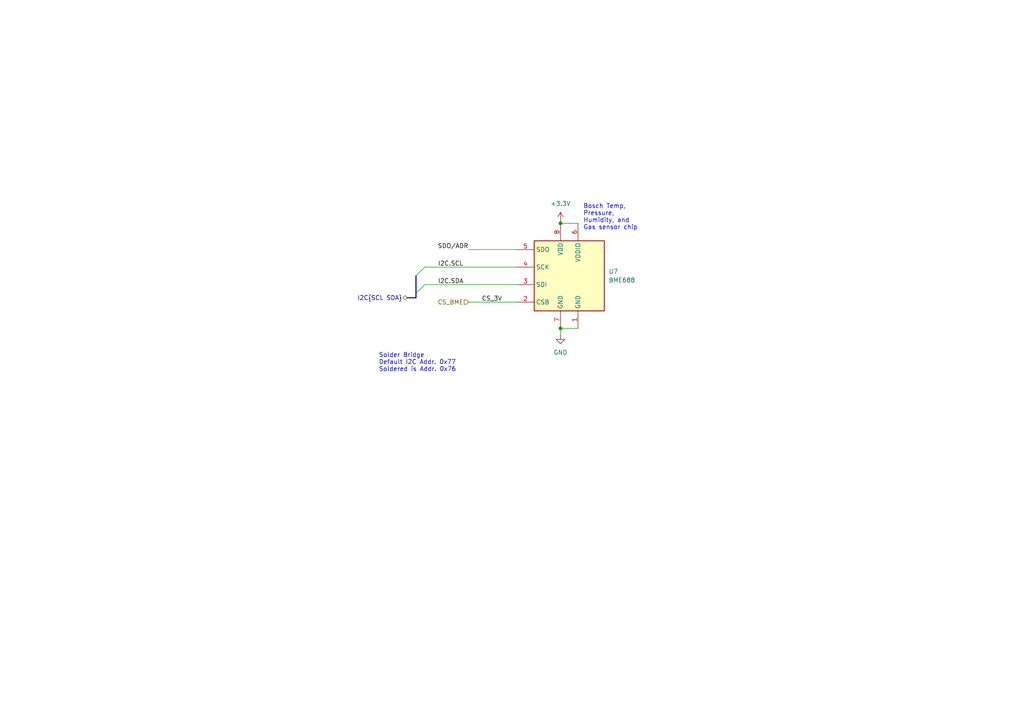
<source format=kicad_sch>
(kicad_sch (version 20231120) (generator "eeschema") (generator_version "8.0")
  (paper "A4")
  (title_block (company "catbranchman") (comment 1 "Electrical Engineering Department") (comment 2 "EE 156 / Stanford University") (comment 3 "Flight Club, W6YX, Endurance"))
  (lib_symbols
    (symbol "+3.3V_1" (power) (pin_names (offset 0))
      (property "Value" "+3.3V" (at 0 3.556 0))
      (symbol "+3.3V_1_0_1"
        (polyline (pts (xy -0.762 1.27) (xy 0 2.54)))
        (polyline (pts (xy 0 0) (xy 0 2.54)))
        (polyline (pts (xy 0 2.54) (xy 0.762 1.27)))
      )
      (symbol "+3.3V_1_1_1"
        (pin power_in line (at 0 0 90) (length 0) hide (name "+3.3V") (number "1"))
      )
    )
    (symbol "GND_2" (power) (pin_names (offset 0))
      (property "Value" "GND" (at 0 -3.81 0))
      (symbol "GND_2_0_1"
        (polyline (pts (xy 0 0) (xy 0 -1.27) (xy 1.27 -1.27) (xy 0 -2.54) (xy -1.27 -1.27) (xy 0 -1.27)))
      )
      (symbol "GND_2_1_1"
        (pin power_in line (at 0 0 270) (length 0) hide (name "GND") (number "1"))
      )
    )
    (symbol "Lab_4:BME680"
      (property "Reference" "U" (at -8.89 11.43 0))
      (property "Value" "BME680" (at 7.62 11.43 0))
      (symbol "BME680_0_1"
        (rectangle (start -10.16 10.16) (end 10.16 -10.16) (stroke (width 0.254)) (fill (type background)))
      )
      (symbol "BME680_1_1"
        (pin power_in line (at -2.54 -15.24 90) (length 5.08) (name "GND") (number "1"))
        (pin input line (at 15.24 -7.62 180) (length 5.08) (name "CSB") (number "2"))
        (pin bidirectional line (at 15.24 -2.54 180) (length 5.08) (name "SDI") (number "3"))
        (pin input line (at 15.24 2.54 180) (length 5.08) (name "SCK") (number "4"))
        (pin bidirectional line (at 15.24 7.62 180) (length 5.08) (name "SDO") (number "5"))
        (pin power_in line (at -2.54 15.24 270) (length 5.08) (name "VDDIO") (number "6"))
        (pin power_in line (at 2.54 -15.24 90) (length 5.08) (name "GND") (number "7"))
        (pin power_in line (at 2.54 15.24 270) (length 5.08) (name "VDD") (number "8"))
      )
    )
  )
  (junction (at 162.56 64.77))
  (junction (at 162.56 95.25))
  (bus_entry (at 123.19 82.55) (size -2.54 2.54))
  (bus_entry (at 123.19 77.47) (size -2.54 2.54))
  (wire (pts (xy 162.56 64.135) (xy 162.56 64.77)))
  (wire (pts (xy 149.86 72.39) (xy 135.89 72.39)))
  (wire (pts (xy 167.64 95.25) (xy 162.56 95.25)))
  (bus (pts (xy 118.11 86.36) (xy 120.65 86.36)))
  (wire (pts (xy 167.64 64.77) (xy 162.56 64.77)))
  (bus (pts (xy 120.65 80.01) (xy 120.65 85.09)))
  (wire (pts (xy 162.56 95.25) (xy 162.56 97.155)))
  (wire (pts (xy 149.86 87.63) (xy 135.89 87.63)))
  (wire (pts (xy 123.19 77.47) (xy 149.86 77.47)))
  (bus (pts (xy 120.65 85.09) (xy 120.65 86.36)))
  (wire (pts (xy 123.19 82.55) (xy 149.86 82.55)))
  (text "Bosch Temp, \nPressure,\nHumidity, and \nGas sensor chip" (at 169.164 66.802 0) (effects (font (size 1.27 1.27)) (justify left bottom)))
  (text "Solder Bridge\nDefault I2C Addr. 0x77\nSoldered is Addr. 0x76" (at 109.855 107.95 0) (effects (font (size 1.27 1.27)) (justify left bottom)))
  (label "CS_3V" (at 139.7 87.63 0))
  (label "SDO{slash}ADR" (at 135.89 72.39 180))
  (label "I2C.SCL" (at 127 77.47 0))
  (label "I2C.SDA" (at 127 82.55 0))
  (hierarchical_label "CS_BME" (shape input) (at 135.89 87.63 180))
  (hierarchical_label "I2C{SCL SDA}" (shape bidirectional) (at 118.11 86.36 180))
  (symbol (lib_id "Lab_4:BME680") (at 165.1 80.01 0) (mirror y) (unit 1)
    (property "Reference" "U7" (at 176.53 78.7399 0) (effects (justify right)))
    (property "Value" "BME688" (at 176.53 81.2799 0) (effects (justify right)))
    (property "Footprint" "Package_LGA:Bosch_LGA-8_3x3mm_P0.8mm_ClockwisePinNumbering" (effects (hide yes)))
    (property "Datasheet" "https://www.bosch-sensortec.com/media/boschsensortec/downloads/datasheets/bst-bme688-ds000.pdf" (effects (hide yes)))
    (property "Description" "Gas, Humidity, Pressure, Temperature Sensor I²C, SPI Output" (effects (hide yes)))
    (property "Vendor" "DigiKey" (effects (hide yes)))
    (property "Vendor P/N" "828-BME688CT-ND" (effects (hide yes)))
    (property "Mfr" "Bosch Sensortec" (effects (hide yes)))
    (property "Mfr P/N" "BME688" (effects (hide yes)))
    (property "Supplier 1" "DigiKey" (effects (hide yes)))
    (property "Supplier 1 P/N" "828-BME688CT-ND" (effects (hide yes)))
  )
  (symbol (lib_name "+3.3V_1") (lib_id "power:+3.3V") (at 162.56 64.135 0) (unit 1)
    (property "Reference" "#PWR050" (effects (hide yes)))
    (property "Value" "+3.3V" (at 162.56 59.055 0))
  )
  (symbol (lib_name "GND_2") (lib_id "power:GND") (at 162.56 97.155 0) (unit 1)
    (property "Reference" "#PWR051" (effects (hide yes)))
    (property "Value" "GND" (at 162.56 102.235 0))
  )
)
</source>
